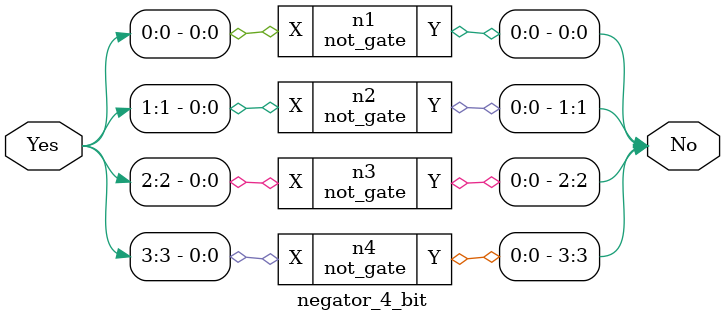
<source format=v>
module not_gate (output Y, input X);    //NOT gate is applied to each bit of the input to negate it
   nand (Y, X, X);
endmodule

module negator_4_bit (output [3:0]No, input [3:0]Yes);
    not_gate n1 (No[0], Yes[0]);
	 not_gate n2 (No[1], Yes[1]);
	 not_gate n3 (No[2], Yes[2]);
	 not_gate n4 (No[3], Yes[3]);
endmodule

</source>
